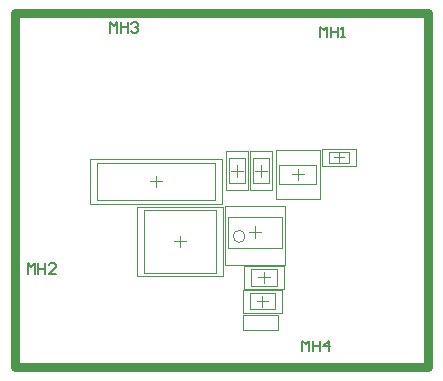
<source format=gko>
G04*
G04 #@! TF.GenerationSoftware,Altium Limited,Altium Designer,20.2.6 (244)*
G04*
G04 Layer_Color=16711935*
%FSLAX25Y25*%
%MOIN*%
G70*
G04*
G04 #@! TF.SameCoordinates,B85B110F-4335-4BA8-B73C-61F3E7A17BBE*
G04*
G04*
G04 #@! TF.FilePolarity,Positive*
G04*
G01*
G75*
%ADD12C,0.00197*%
%ADD13C,0.00650*%
%ADD14C,0.03000*%
%ADD15C,0.00394*%
D12*
X69961Y34157D02*
X90039D01*
X69961Y53843D02*
X90039D01*
X69961Y34157D02*
Y53843D01*
X90039Y34157D02*
Y53843D01*
X86976Y72583D02*
X101543D01*
X86976Y56047D02*
X101543D01*
Y72583D01*
X86976Y56047D02*
Y72583D01*
X75961Y18260D02*
X88953D01*
X75961Y25740D02*
X88953D01*
Y18260D02*
Y25740D01*
X75961Y18260D02*
Y25740D01*
X102291Y67244D02*
Y72756D01*
X113709Y67244D02*
Y72756D01*
X102291D02*
X113709D01*
X102291Y67244D02*
X113709D01*
X87559Y12441D02*
Y17559D01*
X76339Y12441D02*
X87559D01*
X76142D02*
Y17559D01*
X76339D02*
X87559D01*
X24953Y54520D02*
X69047D01*
X24953Y69480D02*
X69047D01*
Y54520D02*
Y69480D01*
X24953Y54520D02*
Y69480D01*
X40492Y30386D02*
X69232D01*
X40492Y53614D02*
X69232D01*
Y30386D02*
Y53614D01*
X40492Y30386D02*
Y53614D01*
X76307Y26063D02*
X89693D01*
X76307Y33937D02*
X89693D01*
Y26063D02*
Y33937D01*
X76307Y26063D02*
Y33937D01*
X70260Y59047D02*
Y72039D01*
X77740Y59047D02*
Y72039D01*
X70260Y59047D02*
X77740D01*
X70260Y72039D02*
X77740D01*
X85740Y59047D02*
Y72039D01*
X78260Y59047D02*
Y72039D01*
X85740D01*
X78260Y59047D02*
X85740D01*
D13*
X101699Y110011D02*
Y113510D01*
X102866Y112344D01*
X104032Y113510D01*
Y110011D01*
X105198Y113510D02*
Y110011D01*
Y111760D01*
X107531D01*
Y113510D01*
Y110011D01*
X108697D02*
X109863D01*
X109280D01*
Y113510D01*
X108697Y112927D01*
X4200Y31200D02*
Y34699D01*
X5366Y33533D01*
X6533Y34699D01*
Y31200D01*
X7699Y34699D02*
Y31200D01*
Y32949D01*
X10031D01*
Y34699D01*
Y31200D01*
X13530D02*
X11198D01*
X13530Y33533D01*
Y34116D01*
X12947Y34699D01*
X11781D01*
X11198Y34116D01*
X31661Y111609D02*
Y115108D01*
X32828Y113942D01*
X33994Y115108D01*
Y111609D01*
X35160Y115108D02*
Y111609D01*
Y113358D01*
X37493D01*
Y115108D01*
Y111609D01*
X38659Y114525D02*
X39242Y115108D01*
X40409D01*
X40992Y114525D01*
Y113942D01*
X40409Y113358D01*
X39825D01*
X40409D01*
X40992Y112775D01*
Y112192D01*
X40409Y111609D01*
X39242D01*
X38659Y112192D01*
X95801Y5382D02*
Y8881D01*
X96967Y7715D01*
X98133Y8881D01*
Y5382D01*
X99300Y8881D02*
Y5382D01*
Y7131D01*
X101632D01*
Y8881D01*
Y5382D01*
X104548D02*
Y8881D01*
X102798Y7131D01*
X105131D01*
D14*
X0Y0D02*
X137795D01*
X137795Y0D01*
Y118110D01*
X0D02*
X137795D01*
X0Y0D02*
Y118110D01*
Y118110D02*
X0Y118110D01*
X137795D01*
Y0D02*
Y118110D01*
X137795Y0D02*
X137795Y0D01*
X0Y0D02*
X137795D01*
X0D02*
Y118110D01*
D15*
X76653Y43695D02*
G03*
X76653Y43695I-1969J0D01*
G01*
X70945Y39955D02*
X89055D01*
X70945Y50191D02*
X89055D01*
X70945Y39955D02*
Y50191D01*
X89055Y39955D02*
Y50191D01*
X88059Y67563D02*
X100461D01*
X88059Y61067D02*
X100461D01*
Y67563D01*
X88059Y61067D02*
Y67563D01*
X78323Y19342D02*
X86591D01*
X78323Y24657D02*
X86591D01*
Y19342D02*
Y24657D01*
X78323Y19342D02*
Y24657D01*
X104654Y68228D02*
Y71772D01*
X111346Y68228D02*
Y71772D01*
X104654D02*
X111346D01*
X104654Y68228D02*
X111346D01*
X27315Y55701D02*
X66685D01*
X27315Y68299D02*
X66685D01*
Y55701D02*
Y68299D01*
X27315Y55701D02*
Y68299D01*
X42854Y31370D02*
X66870D01*
X42854Y52630D02*
X66870D01*
Y31370D02*
Y52630D01*
X42854Y31370D02*
Y52630D01*
X78669Y27146D02*
X87331D01*
X78669Y32854D02*
X87331D01*
Y27146D02*
Y32854D01*
X78669Y27146D02*
Y32854D01*
X71342Y61409D02*
Y69677D01*
X76657Y61409D02*
Y69677D01*
X71342Y61409D02*
X76657D01*
X71342Y69677D02*
X76657D01*
X84658Y61409D02*
Y69677D01*
X79343Y61409D02*
Y69677D01*
X84658D01*
X79343Y61409D02*
X84658D01*
X80000Y43104D02*
Y47041D01*
X78031Y45073D02*
X81968D01*
X94260Y62347D02*
Y66284D01*
X92291Y64315D02*
X96228D01*
X82457Y20031D02*
Y23968D01*
X80488Y22000D02*
X84425D01*
X106228Y70000D02*
X109772D01*
X108000Y68228D02*
Y71772D01*
X47000Y60031D02*
Y63968D01*
X45031Y62000D02*
X48968D01*
X54862Y40031D02*
Y43968D01*
X52894Y42000D02*
X56831D01*
X83000Y28032D02*
Y31969D01*
X81032Y30000D02*
X84969D01*
X72031Y65543D02*
X75968D01*
X74000Y63575D02*
Y67512D01*
X80032Y65543D02*
X83969D01*
X82000Y63575D02*
Y67512D01*
M02*

</source>
